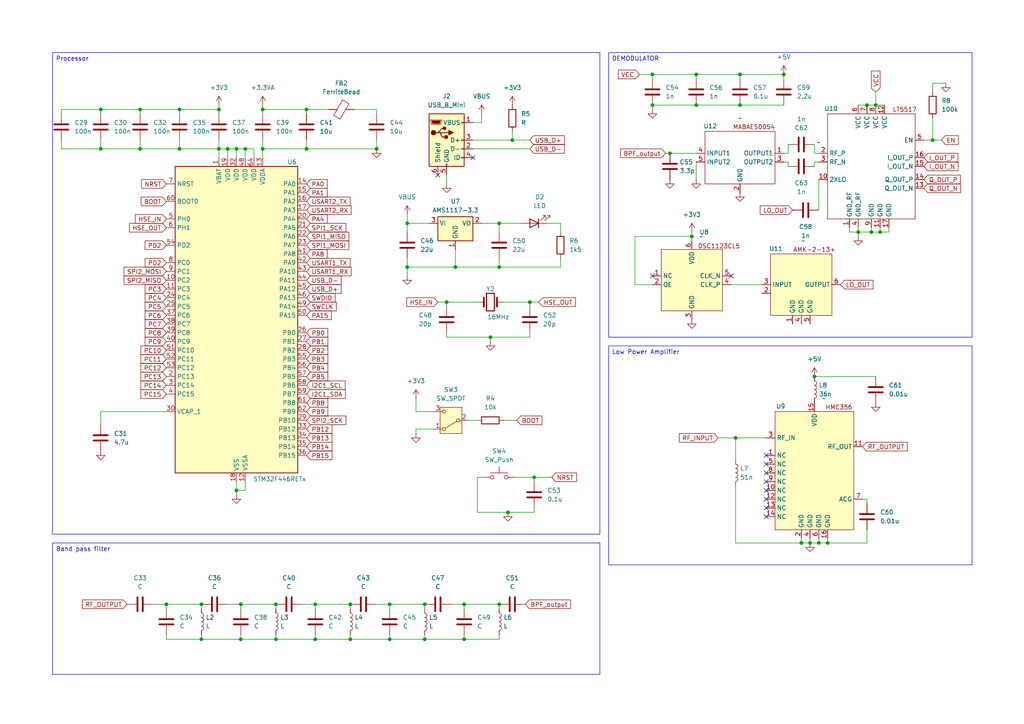
<source format=kicad_sch>
(kicad_sch (version 20231120) (generator "eeschema") (generator_version "8.0")
  (paper "A4")
  (lib_symbols
    (symbol "Connector:USB_B_Mini" (pin_names (offset 1.016))
      (property "Reference" "J" (at -5.08 11.43 0))
      (property "Value" "USB_B_Mini" (at -5.08 8.89 0))
      (symbol "USB_B_Mini_1_1"
        (pin power_out line (at 7.62 5.08 180) (length 2.54) (name "VBUS") (number "1"))
        (pin bidirectional line (at 7.62 -2.54 180) (length 2.54) (name "D-") (number "2"))
        (pin bidirectional line (at 7.62 0 180) (length 2.54) (name "D+") (number "3"))
        (pin passive line (at 7.62 -5.08 180) (length 2.54) (name "ID") (number "4"))
        (pin power_out line (at 0 -10.16 90) (length 2.54) (name "GND") (number "5"))
        (pin passive line (at -2.54 -10.16 90) (length 2.54) (name "Shield") (number "6"))
      )
    )
    (symbol "Device:C" (pin_numbers hide) (pin_names (offset 0.254))
      (property "Reference" "C" (at 0.635 2.54 0))
      (property "Value" "C" (at 0.635 -2.54 0))
      (symbol "C_1_1"
        (pin passive line (at 0 3.81 270) (length 2.794) (name "~") (number "1"))
        (pin passive line (at 0 -3.81 90) (length 2.794) (name "~") (number "2"))
      )
    )
    (symbol "Device:Crystal" (pin_numbers hide) (pin_names (offset 1.016) hide)
      (property "Reference" "Y" (at 0 3.81 0))
      (property "Value" "Crystal" (at 0 -3.81 0))
      (symbol "Crystal_1_1"
        (pin passive line (at -3.81 0 0) (length 1.27) (name "1") (number "1"))
        (pin passive line (at 3.81 0 180) (length 1.27) (name "2") (number "2"))
      )
    )
    (symbol "Device:FerriteBead" (pin_numbers hide) (pin_names (offset 0))
      (property "Reference" "FB" (at -3.81 0.635 90))
      (property "Value" "FerriteBead" (at 3.81 0 90))
      (symbol "FerriteBead_1_1"
        (pin passive line (at 0 3.81 270) (length 2.54) (name "~") (number "1"))
        (pin passive line (at 0 -3.81 90) (length 2.54) (name "~") (number "2"))
      )
    )
    (symbol "Device:L" (pin_numbers hide) (pin_names (offset 1.016) hide)
      (property "Reference" "L" (at -1.27 0 90))
      (property "Value" "L" (at 1.905 0 90))
      (symbol "L_1_1"
        (pin passive line (at 0 3.81 270) (length 1.27) (name "1") (number "1"))
        (pin passive line (at 0 -3.81 90) (length 1.27) (name "2") (number "2"))
      )
    )
    (symbol "Device:LED" (pin_numbers hide) (pin_names (offset 1.016) hide)
      (property "Reference" "D" (at 0 2.54 0))
      (property "Value" "LED" (at 0 -2.54 0))
      (symbol "LED_1_1"
        (pin passive line (at -3.81 0 0) (length 2.54) (name "K") (number "1"))
        (pin passive line (at 3.81 0 180) (length 2.54) (name "A") (number "2"))
      )
    )
    (symbol "Device:R" (pin_numbers hide) (pin_names (offset 0))
      (property "Reference" "R" (at 2.032 0 90))
      (property "Value" "R" (at 0 0 90))
      (symbol "R_1_1"
        (pin passive line (at 0 3.81 270) (length 1.27) (name "~") (number "1"))
        (pin passive line (at 0 -3.81 90) (length 1.27) (name "~") (number "2"))
      )
    )
    (symbol "MCU_ST_STM32F4:STM32F446RETx"
      (property "Reference" "U" (at -17.78 46.99 0))
      (property "Value" "STM32F446RETx" (at 10.16 46.99 0))
      (symbol "STM32F446RETx_1_1"
        (pin power_in line (at -5.08 48.26 270) (length 2.54) (name "VBAT") (number "1"))
        (pin bidirectional line (at -20.32 12.7 0) (length 2.54) (name "PC2") (number "10"))
        (pin bidirectional line (at -20.32 10.16 0) (length 2.54) (name "PC3") (number "11"))
        (pin power_in line (at 2.54 -45.72 90) (length 2.54) (name "VSSA") (number "12"))
        (pin power_in line (at 7.62 48.26 270) (length 2.54) (name "VDDA") (number "13"))
        (pin bidirectional line (at 20.32 40.64 180) (length 2.54) (name "PA0") (number "14"))
        (pin bidirectional line (at 20.32 38.1 180) (length 2.54) (name "PA1") (number "15"))
        (pin bidirectional line (at 20.32 35.56 180) (length 2.54) (name "PA2") (number "16"))
        (pin bidirectional line (at 20.32 33.02 180) (length 2.54) (name "PA3") (number "17"))
        (pin power_in line (at 0 -45.72 90) (length 2.54) (name "VSS") (number "18"))
        (pin power_in line (at -2.54 48.26 270) (length 2.54) (name "VDD") (number "19"))
        (pin bidirectional line (at -20.32 -15.24 0) (length 2.54) (name "PC13") (number "2"))
        (pin bidirectional line (at 20.32 30.48 180) (length 2.54) (name "PA4") (number "20"))
        (pin bidirectional line (at 20.32 27.94 180) (length 2.54) (name "PA5") (number "21"))
        (pin bidirectional line (at 20.32 25.4 180) (length 2.54) (name "PA6") (number "22"))
        (pin bidirectional line (at 20.32 22.86 180) (length 2.54) (name "PA7") (number "23"))
        (pin bidirectional line (at -20.32 7.62 0) (length 2.54) (name "PC4") (number "24"))
        (pin bidirectional line (at -20.32 5.08 0) (length 2.54) (name "PC5") (number "25"))
        (pin bidirectional line (at 20.32 -2.54 180) (length 2.54) (name "PB0") (number "26"))
        (pin bidirectional line (at 20.32 -5.08 180) (length 2.54) (name "PB1") (number "27"))
        (pin bidirectional line (at 20.32 -7.62 180) (length 2.54) (name "PB2") (number "28"))
        (pin bidirectional line (at 20.32 -27.94 180) (length 2.54) (name "PB10") (number "29"))
        (pin bidirectional line (at -20.32 -17.78 0) (length 2.54) (name "PC14") (number "3"))
        (pin power_out line (at -20.32 -25.4 0) (length 2.54) (name "VCAP_1") (number "30"))
        (pin passive line (at 0 -45.72 90) (length 2.54) hide (name "VSS") (number "31"))
        (pin power_in line (at 0 48.26 270) (length 2.54) (name "VDD") (number "32"))
        (pin bidirectional line (at 20.32 -30.48 180) (length 2.54) (name "PB12") (number "33"))
        (pin bidirectional line (at 20.32 -33.02 180) (length 2.54) (name "PB13") (number "34"))
        (pin bidirectional line (at 20.32 -35.56 180) (length 2.54) (name "PB14") (number "35"))
        (pin bidirectional line (at 20.32 -38.1 180) (length 2.54) (name "PB15") (number "36"))
        (pin bidirectional line (at -20.32 2.54 0) (length 2.54) (name "PC6") (number "37"))
        (pin bidirectional line (at -20.32 0 0) (length 2.54) (name "PC7") (number "38"))
        (pin bidirectional line (at -20.32 -2.54 0) (length 2.54) (name "PC8") (number "39"))
        (pin bidirectional line (at -20.32 -20.32 0) (length 2.54) (name "PC15") (number "4"))
        (pin bidirectional line (at -20.32 -5.08 0) (length 2.54) (name "PC9") (number "40"))
        (pin bidirectional line (at 20.32 20.32 180) (length 2.54) (name "PA8") (number "41"))
        (pin bidirectional line (at 20.32 17.78 180) (length 2.54) (name "PA9") (number "42"))
        (pin bidirectional line (at 20.32 15.24 180) (length 2.54) (name "PA10") (number "43"))
        (pin bidirectional line (at 20.32 12.7 180) (length 2.54) (name "PA11") (number "44"))
        (pin bidirectional line (at 20.32 10.16 180) (length 2.54) (name "PA12") (number "45"))
        (pin bidirectional line (at 20.32 7.62 180) (length 2.54) (name "PA13") (number "46"))
        (pin passive line (at 0 -45.72 90) (length 2.54) hide (name "VSS") (number "47"))
        (pin power_in line (at 2.54 48.26 270) (length 2.54) (name "VDD") (number "48"))
        (pin bidirectional line (at 20.32 5.08 180) (length 2.54) (name "PA14") (number "49"))
        (pin bidirectional line (at -20.32 30.48 0) (length 2.54) (name "PH0") (number "5"))
        (pin bidirectional line (at 20.32 2.54 180) (length 2.54) (name "PA15") (number "50"))
        (pin bidirectional line (at -20.32 -7.62 0) (length 2.54) (name "PC10") (number "51"))
        (pin bidirectional line (at -20.32 -10.16 0) (length 2.54) (name "PC11") (number "52"))
        (pin bidirectional line (at -20.32 -12.7 0) (length 2.54) (name "PC12") (number "53"))
        (pin bidirectional line (at -20.32 22.86 0) (length 2.54) (name "PD2") (number "54"))
        (pin bidirectional line (at 20.32 -10.16 180) (length 2.54) (name "PB3") (number "55"))
        (pin bidirectional line (at 20.32 -12.7 180) (length 2.54) (name "PB4") (number "56"))
        (pin bidirectional line (at 20.32 -15.24 180) (length 2.54) (name "PB5") (number "57"))
        (pin bidirectional line (at 20.32 -17.78 180) (length 2.54) (name "PB6") (number "58"))
        (pin bidirectional line (at 20.32 -20.32 180) (length 2.54) (name "PB7") (number "59"))
        (pin bidirectional line (at -20.32 27.94 0) (length 2.54) (name "PH1") (number "6"))
        (pin input line (at -20.32 35.56 0) (length 2.54) (name "BOOT0") (number "60"))
        (pin bidirectional line (at 20.32 -22.86 180) (length 2.54) (name "PB8") (number "61"))
        (pin bidirectional line (at 20.32 -25.4 180) (length 2.54) (name "PB9") (number "62"))
        (pin passive line (at 0 -45.72 90) (length 2.54) hide (name "VSS") (number "63"))
        (pin power_in line (at 5.08 48.26 270) (length 2.54) (name "VDD") (number "64"))
        (pin input line (at -20.32 40.64 0) (length 2.54) (name "NRST") (number "7"))
        (pin bidirectional line (at -20.32 17.78 0) (length 2.54) (name "PC0") (number "8"))
        (pin bidirectional line (at -20.32 15.24 0) (length 2.54) (name "PC1") (number "9"))
      )
    )
    (symbol "Regulator_Linear:AMS1117-3.3"
      (property "Reference" "U" (at -3.81 3.175 0))
      (property "Value" "AMS1117-3.3" (at 0 3.175 0))
      (symbol "AMS1117-3.3_1_1"
        (pin power_in line (at 0 -7.62 90) (length 2.54) (name "GND") (number "1"))
        (pin power_out line (at 7.62 0 180) (length 2.54) (name "VO") (number "2"))
        (pin power_in line (at -7.62 0 0) (length 2.54) (name "VI") (number "3"))
      )
    )
    (symbol "Switch:SW_Push" (pin_numbers hide) (pin_names (offset 1.016) hide)
      (property "Reference" "SW" (at 1.27 2.54 0))
      (property "Value" "SW_Push" (at 0 -1.524 0))
      (symbol "SW_Push_0_1"
        (pin passive line (at -5.08 0 0) (length 2.54) (name "1") (number "1"))
        (pin passive line (at 5.08 0 180) (length 2.54) (name "2") (number "2"))
      )
    )
    (symbol "Switch:SW_SPDT" (pin_names (offset 0) hide)
      (property "Reference" "SW" (at 0 5.08 0))
      (property "Value" "SW_SPDT" (at 0 -5.08 0))
      (symbol "SW_SPDT_1_1"
        (pin passive line (at 5.08 2.54 180) (length 2.54) (name "A") (number "1"))
        (pin passive line (at -5.08 0 0) (length 2.54) (name "B") (number "2"))
        (pin passive line (at 5.08 -2.54 180) (length 2.54) (name "C") (number "3"))
      )
    )
    (symbol "communication_circuit:LNA"
      (property "Reference" "U" (at -10.414 17.78 0))
      (symbol "LNA_1_1"
        (text "HMC356" (at 7.112 17.78 0) (effects (font (size 1.27 1.27))))
        (pin input line (at -13.97 3.81 0) (length 2.54) (name "NC") (number "1"))
        (pin input line (at -13.97 -6.35 0) (length 2.54) (name "NC") (number "10"))
        (pin input line (at 13.97 6.35 180) (length 2.54) (name "RF_OUT") (number "11"))
        (pin input line (at -13.97 -8.89 0) (length 2.54) (name "NC") (number "12"))
        (pin input line (at -13.97 -11.43 0) (length 2.54) (name "NC") (number "13"))
        (pin input line (at -13.97 -13.97 0) (length 2.54) (name "NC") (number "14"))
        (pin input line (at 0 19.05 270) (length 2.54) (name "VDD") (number "15"))
        (pin input line (at 3.81 -20.32 90) (length 2.54) (name "GND") (number "16"))
        (pin input line (at -3.81 -20.32 90) (length 2.54) (name "GND") (number "2"))
        (pin input line (at -13.97 8.89 0) (length 2.54) (name "RF_IN") (number "3"))
        (pin input line (at -1.27 -20.32 90) (length 2.54) (name "GND") (number "4"))
        (pin input line (at -13.97 1.27 0) (length 2.54) (name "NC") (number "5"))
        (pin input line (at 1.27 -20.32 90) (length 2.54) (name "GND") (number "6"))
        (pin input line (at 13.97 -8.89 180) (length 2.54) (name "ACG") (number "7"))
        (pin input line (at -13.97 -1.27 0) (length 2.54) (name "NC") (number "8"))
        (pin input line (at -13.97 -3.81 0) (length 2.54) (name "NC") (number "9"))
      )
    )
    (symbol "communication_circuit:LT5517"
      (property "Reference" "U" (at -11.938 16.51 0))
      (symbol "LT5517_1_1"
        (text "LT5517" (at 9.652 16.51 0) (effects (font (size 1.27 1.27))))
        (pin input line (at -6.35 -17.78 90) (length 2.54) (name "GND_RF") (number "1"))
        (pin input line (at -15.24 -3.81 0) (length 2.54) (name "2XLO") (number "10"))
        (pin input line (at 2.54 -17.78 90) (length 2.54) (name "GND") (number "11"))
        (pin input line (at 3.81 17.78 270) (length 2.54) (name "VCC") (number "12"))
        (pin input line (at 15.24 -6.35 180) (length 2.54) (name "Q_OUT_N") (number "13"))
        (pin input line (at 15.24 -3.81 180) (length 2.54) (name "Q_OUT_P") (number "14"))
        (pin input line (at 15.24 0 180) (length 2.54) (name "I_OUT_N") (number "15"))
        (pin input line (at 15.24 2.54 180) (length 2.54) (name "I_OUT_P") (number "16"))
        (pin input line (at 5.08 -17.78 90) (length 2.54) (name "GND") (number "17"))
        (pin input line (at -15.24 3.81 0) (length 2.54) (name "RF_P") (number "2"))
        (pin input line (at -15.24 1.27 0) (length 2.54) (name "RF_N") (number "3"))
        (pin input line (at -3.81 -17.78 90) (length 2.54) (name "GND_RF") (number "4"))
        (pin input line (at 15.24 7.62 180) (length 2.54) (name "EN") (number "5"))
        (pin input line (at -3.81 17.78 270) (length 2.54) (name "VCC") (number "6"))
        (pin input line (at -1.27 17.78 270) (length 2.54) (name "VCC") (number "7"))
        (pin input line (at 1.27 17.78 270) (length 2.54) (name "VCC") (number "8"))
        (pin input line (at 0 -17.78 90) (length 2.54) (name "GND") (number "9"))
      )
    )
    (symbol "communication_circuit:crystal"
      (property "Reference" "U" (at -7.62 9.906 0))
      (symbol "crystal_1_1"
        (text "DSC1123CL5" (at 7.874 9.906 0) (effects (font (size 1.27 1.27))))
        (pin input line (at -11.43 1.27 0) (length 2.54) (name "NC") (number "1"))
        (pin input line (at -11.43 -1.27 0) (length 2.54) (name "OE") (number "2"))
        (pin input line (at 0 -11.43 90) (length 2.54) (name "GND") (number "3"))
        (pin input line (at 11.43 -1.27 180) (length 2.54) (name "CLK_P") (number "4"))
        (pin input line (at 11.43 1.27 180) (length 2.54) (name "CLK_N") (number "5"))
        (pin input line (at 0 11.43 270) (length 2.54) (name "VDD") (number "6"))
      )
    )
    (symbol "communication_circuit:freq_multiplier"
      (property "Reference" "U" (at -8.128 10.16 0))
      (symbol "freq_multiplier_1_1"
        (text "AMK-2-13+\n" (at 3.81 10.16 0) (effects (font (size 1.27 1.27))))
        (pin input line (at -2.54 -11.43 90) (length 2.54) (name "GND") (number "1"))
        (pin input line (at -11.43 -2.54 0) (length 2.54) (name "") (number "2"))
        (pin input line (at -11.43 0 0) (length 2.54) (name "INPUT") (number "3"))
        (pin input line (at 0 -11.43 90) (length 2.54) (name "GND") (number "4"))
        (pin input line (at 2.54 -11.43 90) (length 2.54) (name "GND") (number "5"))
        (pin input line (at 11.43 0 180) (length 2.54) (name "OUTPUT") (number "6"))
      )
    )
    (symbol "communication_circuit:transformer"
      (property "Reference" "U" (at -9.144 8.636 0))
      (symbol "transformer_1_1"
        (text "MABAES0054" (at 4.064 8.89 0) (effects (font (size 1.27 1.27))))
        (pin input line (at 12.7 1.27 180) (length 2.54) (name "OUTPUT1") (number "1"))
        (pin input line (at 0 -10.16 90) (length 2.54) (name "GND") (number "2"))
        (pin input line (at 12.7 -1.27 180) (length 2.54) (name "OUTPUT2") (number "3"))
        (pin input line (at -12.7 1.27 0) (length 2.54) (name "INPUT1") (number "4"))
        (pin input line (at -12.7 -1.27 0) (length 2.54) (name "INPUT2") (number "5"))
      )
    )
    (symbol "power:GND" (power) (pin_numbers hide) (pin_names (offset 0) hide)
      (property "Value" "GND" (at 0 -3.81 0))
      (symbol "GND_1_1"
        (pin power_in line (at 0 0 270) (length 0) (name "~") (number "1"))
      )
    )
    (symbol "power:VBUS" (power) (pin_numbers hide) (pin_names (offset 0) hide)
      (property "Value" "VBUS" (at 0 3.556 0))
      (symbol "VBUS_1_1"
        (pin power_in line (at 0 0 90) (length 0) (name "~") (number "1"))
      )
    )
    (symbol "power:VCC" (power) (pin_numbers hide) (pin_names (offset 0) hide)
      (property "Value" "VCC" (at 0 3.556 0))
      (symbol "VCC_1_1"
        (pin power_in line (at 0 0 90) (length 0) (name "~") (number "1"))
      )
    )
    (symbol "power:VDD" (power) (pin_numbers hide) (pin_names (offset 0) hide)
      (property "Value" "VDD" (at 0 3.556 0))
      (symbol "VDD_1_1"
        (pin power_in line (at 0 0 90) (length 0) (name "~") (number "1"))
      )
    )
  )
  (junction (at 76.2 43.18))
  (junction (at 194.31 44.45))
  (junction (at 29.21 43.18))
  (junction (at 123.19 175.26))
  (junction (at 255.27 67.31))
  (junction (at 251.46 30.48))
  (junction (at 252.73 67.31))
  (junction (at 113.03 175.26))
  (junction (at 52.07 31.75))
  (junction (at 52.07 43.18))
  (junction (at 144.78 77.47))
  (junction (at 236.22 109.22))
  (junction (at 76.2 31.75))
  (junction (at 68.58 142.24))
  (junction (at 29.21 31.75))
  (junction (at 91.44 185.42))
  (junction (at 58.42 175.26))
  (junction (at 58.42 185.42))
  (junction (at 189.23 30.48))
  (junction (at 80.01 185.42))
  (junction (at 142.24 97.79))
  (junction (at 234.95 157.48))
  (junction (at 88.9 43.18))
  (junction (at 144.78 175.26))
  (junction (at 69.85 175.26))
  (junction (at 88.9 31.75))
  (junction (at 134.62 175.26))
  (junction (at 80.01 175.26))
  (junction (at 189.23 21.59))
  (junction (at 201.93 30.48))
  (junction (at 213.36 127))
  (junction (at 101.6 185.42))
  (junction (at 270.51 40.64))
  (junction (at 240.03 157.48))
  (junction (at 129.54 87.63))
  (junction (at 200.66 68.58))
  (junction (at 232.41 157.48))
  (junction (at 214.63 21.59))
  (junction (at 69.85 185.42))
  (junction (at 148.59 40.64))
  (junction (at 248.92 67.31))
  (junction (at 237.49 157.48))
  (junction (at 63.5 43.18))
  (junction (at 40.64 31.75))
  (junction (at 123.19 185.42))
  (junction (at 144.78 64.77))
  (junction (at 40.64 43.18))
  (junction (at 132.08 77.47))
  (junction (at 147.32 148.59))
  (junction (at 48.26 175.26))
  (junction (at 118.11 77.47))
  (junction (at 109.22 43.18))
  (junction (at 227.33 21.59))
  (junction (at 153.67 87.63))
  (junction (at 201.93 21.59))
  (junction (at 91.44 175.26))
  (junction (at 113.03 185.42))
  (junction (at 118.11 64.77))
  (junction (at 214.63 30.48))
  (junction (at 101.6 175.26))
  (junction (at 134.62 185.42))
  (junction (at 71.12 43.18))
  (junction (at 68.58 43.18))
  (junction (at 63.5 31.75))
  (junction (at 66.04 43.18))
  (junction (at 254 30.48))
  (junction (at 154.94 138.43))
  (no_connect (at 189.23 80.01))
  (no_connect (at 222.25 147.32))
  (no_connect (at 222.25 134.62))
  (no_connect (at 212.09 80.01))
  (no_connect (at 222.25 142.24))
  (no_connect (at 127 50.8))
  (no_connect (at 222.25 132.08))
  (no_connect (at 137.16 45.72))
  (no_connect (at 222.25 139.7))
  (no_connect (at 222.25 137.16))
  (no_connect (at 222.25 149.86))
  (no_connect (at 222.25 144.78))
  (wire (pts (xy 40.64 40.64) (xy 40.64 43.18)))
  (wire (pts (xy 80.01 185.42) (xy 91.44 185.42)))
  (wire (pts (xy 40.64 31.75) (xy 52.07 31.75)))
  (wire (pts (xy 201.93 21.59) (xy 201.93 22.86)))
  (wire (pts (xy 48.26 175.26) (xy 48.26 176.53)))
  (wire (pts (xy 144.78 77.47) (xy 132.08 77.47)))
  (wire (pts (xy 69.85 175.26) (xy 80.01 175.26)))
  (wire (pts (xy 76.2 40.64) (xy 76.2 43.18)))
  (wire (pts (xy 246.38 67.31) (xy 246.38 66.04)))
  (wire (pts (xy 237.49 157.48) (xy 237.49 156.21)))
  (wire (pts (xy 254 30.48) (xy 256.54 30.48)))
  (wire (pts (xy 213.36 157.48) (xy 232.41 157.48)))
  (wire (pts (xy 66.04 43.18) (xy 66.04 45.72)))
  (wire (pts (xy 139.7 64.77) (xy 144.78 64.77)))
  (wire (pts (xy 129.54 87.63) (xy 138.43 87.63)))
  (wire (pts (xy 113.03 185.42) (xy 123.19 185.42)))
  (wire (pts (xy 228.6 44.45) (xy 228.6 41.91)))
  (wire (pts (xy 66.04 43.18) (xy 68.58 43.18)))
  (wire (pts (xy 139.7 35.56) (xy 139.7 33.02)))
  (wire (pts (xy 58.42 185.42) (xy 69.85 185.42)))
  (wire (pts (xy 154.94 138.43) (xy 154.94 139.7)))
  (wire (pts (xy 162.56 77.47) (xy 144.78 77.47)))
  (wire (pts (xy 101.6 175.26) (xy 101.6 176.53)))
  (wire (pts (xy 148.59 40.64) (xy 137.16 40.64)))
  (wire (pts (xy 113.03 175.26) (xy 123.19 175.26)))
  (wire (pts (xy 137.16 43.18) (xy 153.67 43.18)))
  (wire (pts (xy 109.22 31.75) (xy 109.22 33.02)))
  (wire (pts (xy 63.5 40.64) (xy 63.5 43.18)))
  (wire (pts (xy 63.5 31.75) (xy 63.5 33.02)))
  (wire (pts (xy 270.51 40.64) (xy 267.97 40.64)))
  (wire (pts (xy 80.01 185.42) (xy 80.01 184.15)))
  (wire (pts (xy 189.23 82.55) (xy 184.15 82.55)))
  (wire (pts (xy 153.67 40.64) (xy 148.59 40.64)))
  (wire (pts (xy 118.11 64.77) (xy 118.11 67.31)))
  (wire (pts (xy 120.65 115.57) (xy 120.65 119.38)))
  (wire (pts (xy 158.75 64.77) (xy 162.56 64.77)))
  (wire (pts (xy 58.42 175.26) (xy 58.42 176.53)))
  (wire (pts (xy 120.65 124.46) (xy 125.73 124.46)))
  (wire (pts (xy 214.63 21.59) (xy 214.63 22.86)))
  (wire (pts (xy 102.87 31.75) (xy 109.22 31.75)))
  (wire (pts (xy 130.81 175.26) (xy 134.62 175.26)))
  (wire (pts (xy 254 26.67) (xy 254 30.48)))
  (wire (pts (xy 120.65 125.73) (xy 120.65 124.46)))
  (wire (pts (xy 142.24 97.79) (xy 142.24 99.06)))
  (wire (pts (xy 234.95 156.21) (xy 234.95 157.48)))
  (wire (pts (xy 184.15 68.58) (xy 200.66 68.58)))
  (wire (pts (xy 208.28 127) (xy 213.36 127)))
  (wire (pts (xy 17.78 31.75) (xy 29.21 31.75)))
  (wire (pts (xy 113.03 175.26) (xy 113.03 176.53)))
  (wire (pts (xy 132.08 72.39) (xy 132.08 77.47)))
  (wire (pts (xy 29.21 40.64) (xy 29.21 43.18)))
  (wire (pts (xy 127 87.63) (xy 129.54 87.63)))
  (wire (pts (xy 91.44 185.42) (xy 91.44 184.15)))
  (wire (pts (xy 63.5 30.48) (xy 63.5 31.75)))
  (wire (pts (xy 146.05 87.63) (xy 153.67 87.63)))
  (wire (pts (xy 129.54 97.79) (xy 142.24 97.79)))
  (wire (pts (xy 201.93 46.99) (xy 201.93 52.07)))
  (wire (pts (xy 88.9 33.02) (xy 88.9 31.75)))
  (wire (pts (xy 138.43 138.43) (xy 139.7 138.43)))
  (wire (pts (xy 76.2 31.75) (xy 76.2 33.02)))
  (wire (pts (xy 137.16 35.56) (xy 139.7 35.56)))
  (wire (pts (xy 255.27 67.31) (xy 257.81 67.31)))
  (wire (pts (xy 154.94 138.43) (xy 160.02 138.43)))
  (wire (pts (xy 63.5 43.18) (xy 63.5 45.72)))
  (wire (pts (xy 91.44 175.26) (xy 101.6 175.26)))
  (wire (pts (xy 138.43 148.59) (xy 138.43 138.43)))
  (wire (pts (xy 113.03 185.42) (xy 113.03 184.15)))
  (wire (pts (xy 71.12 43.18) (xy 71.12 45.72)))
  (wire (pts (xy 189.23 30.48) (xy 201.93 30.48)))
  (wire (pts (xy 156.21 87.63) (xy 153.67 87.63)))
  (wire (pts (xy 52.07 31.75) (xy 52.07 33.02)))
  (wire (pts (xy 71.12 142.24) (xy 68.58 142.24)))
  (wire (pts (xy 76.2 30.48) (xy 76.2 31.75)))
  (wire (pts (xy 236.22 44.45) (xy 237.49 44.45)))
  (wire (pts (xy 144.78 64.77) (xy 144.78 67.31)))
  (wire (pts (xy 189.23 21.59) (xy 189.23 22.86)))
  (wire (pts (xy 144.78 175.26) (xy 144.78 176.53)))
  (wire (pts (xy 193.04 44.45) (xy 194.31 44.45)))
  (wire (pts (xy 48.26 119.38) (xy 29.21 119.38)))
  (wire (pts (xy 129.54 50.8) (xy 129.54 53.34)))
  (wire (pts (xy 134.62 185.42) (xy 134.62 184.15)))
  (wire (pts (xy 123.19 185.42) (xy 123.19 184.15)))
  (wire (pts (xy 236.22 109.22) (xy 254 109.22)))
  (wire (pts (xy 76.2 43.18) (xy 76.2 45.72)))
  (wire (pts (xy 58.42 185.42) (xy 58.42 184.15)))
  (wire (pts (xy 201.93 30.48) (xy 214.63 30.48)))
  (wire (pts (xy 252.73 67.31) (xy 255.27 67.31)))
  (wire (pts (xy 76.2 31.75) (xy 88.9 31.75)))
  (wire (pts (xy 153.67 97.79) (xy 142.24 97.79)))
  (wire (pts (xy 134.62 175.26) (xy 134.62 176.53)))
  (wire (pts (xy 213.36 127) (xy 213.36 133.35)))
  (wire (pts (xy 29.21 31.75) (xy 29.21 33.02)))
  (wire (pts (xy 118.11 77.47) (xy 118.11 74.93)))
  (wire (pts (xy 248.92 67.31) (xy 248.92 66.04)))
  (wire (pts (xy 184.15 82.55) (xy 184.15 68.58)))
  (wire (pts (xy 251.46 157.48) (xy 240.03 157.48)))
  (wire (pts (xy 132.08 77.47) (xy 118.11 77.47)))
  (wire (pts (xy 87.63 175.26) (xy 91.44 175.26)))
  (wire (pts (xy 273.05 40.64) (xy 270.51 40.64)))
  (wire (pts (xy 149.86 138.43) (xy 154.94 138.43)))
  (wire (pts (xy 118.11 77.47) (xy 118.11 80.01)))
  (wire (pts (xy 213.36 140.97) (xy 213.36 157.48)))
  (wire (pts (xy 227.33 21.59) (xy 227.33 22.86)))
  (wire (pts (xy 146.05 121.92) (xy 149.86 121.92)))
  (wire (pts (xy 69.85 175.26) (xy 69.85 176.53)))
  (wire (pts (xy 201.93 21.59) (xy 214.63 21.59)))
  (wire (pts (xy 80.01 175.26) (xy 80.01 176.53)))
  (wire (pts (xy 52.07 40.64) (xy 52.07 43.18)))
  (wire (pts (xy 71.12 139.7) (xy 71.12 142.24)))
  (wire (pts (xy 248.92 67.31) (xy 246.38 67.31)))
  (wire (pts (xy 251.46 30.48) (xy 254 30.48)))
  (wire (pts (xy 154.94 148.59) (xy 147.32 148.59)))
  (wire (pts (xy 236.22 48.26) (xy 236.22 46.99)))
  (wire (pts (xy 185.42 21.59) (xy 189.23 21.59)))
  (wire (pts (xy 69.85 185.42) (xy 69.85 184.15)))
  (wire (pts (xy 144.78 64.77) (xy 151.13 64.77)))
  (wire (pts (xy 135.89 121.92) (xy 138.43 121.92)))
  (wire (pts (xy 101.6 185.42) (xy 101.6 184.15)))
  (wire (pts (xy 29.21 119.38) (xy 29.21 123.19)))
  (wire (pts (xy 44.45 175.26) (xy 48.26 175.26)))
  (wire (pts (xy 48.26 175.26) (xy 58.42 175.26)))
  (wire (pts (xy 91.44 185.42) (xy 101.6 185.42)))
  (wire (pts (xy 237.49 157.48) (xy 240.03 157.48)))
  (wire (pts (xy 236.22 41.91) (xy 236.22 44.45)))
  (wire (pts (xy 123.19 175.26) (xy 123.19 176.53)))
  (wire (pts (xy 48.26 185.42) (xy 48.26 184.15)))
  (wire (pts (xy 232.41 157.48) (xy 234.95 157.48)))
  (wire (pts (xy 148.59 38.1) (xy 148.59 40.64)))
  (wire (pts (xy 227.33 46.99) (xy 228.6 46.99)))
  (wire (pts (xy 88.9 31.75) (xy 95.25 31.75)))
  (wire (pts (xy 29.21 43.18) (xy 40.64 43.18)))
  (wire (pts (xy 68.58 139.7) (xy 68.58 142.24)))
  (wire (pts (xy 144.78 185.42) (xy 144.78 184.15)))
  (wire (pts (xy 252.73 67.31) (xy 252.73 66.04)))
  (wire (pts (xy 232.41 157.48) (xy 232.41 156.21)))
  (wire (pts (xy 248.92 30.48) (xy 251.46 30.48)))
  (wire (pts (xy 240.03 157.48) (xy 240.03 156.21)))
  (wire (pts (xy 134.62 175.26) (xy 144.78 175.26)))
  (wire (pts (xy 52.07 43.18) (xy 63.5 43.18)))
  (wire (pts (xy 120.65 119.38) (xy 125.73 119.38)))
  (wire (pts (xy 237.49 60.96) (xy 237.49 52.07)))
  (wire (pts (xy 200.66 67.31) (xy 200.66 68.58)))
  (wire (pts (xy 73.66 43.18) (xy 73.66 45.72)))
  (wire (pts (xy 248.92 68.58) (xy 248.92 67.31)))
  (wire (pts (xy 248.92 67.31) (xy 252.73 67.31)))
  (wire (pts (xy 68.58 43.18) (xy 71.12 43.18)))
  (wire (pts (xy 144.78 77.47) (xy 144.78 74.93)))
  (wire (pts (xy 76.2 43.18) (xy 88.9 43.18)))
  (wire (pts (xy 29.21 31.75) (xy 40.64 31.75)))
  (wire (pts (xy 194.31 44.45) (xy 201.93 44.45)))
  (wire (pts (xy 255.27 67.31) (xy 255.27 66.04)))
  (wire (pts (xy 270.51 34.29) (xy 270.51 40.64)))
  (wire (pts (xy 129.54 97.79) (xy 129.54 96.52)))
  (wire (pts (xy 189.23 30.48) (xy 189.23 31.75)))
  (wire (pts (xy 134.62 185.42) (xy 144.78 185.42)))
  (wire (pts (xy 17.78 31.75) (xy 17.78 33.02)))
  (wire (pts (xy 154.94 147.32) (xy 154.94 148.59)))
  (wire (pts (xy 118.11 64.77) (xy 124.46 64.77)))
  (wire (pts (xy 227.33 44.45) (xy 228.6 44.45)))
  (wire (pts (xy 109.22 175.26) (xy 113.03 175.26)))
  (wire (pts (xy 109.22 43.18) (xy 109.22 40.64)))
  (wire (pts (xy 68.58 142.24) (xy 68.58 143.51)))
  (wire (pts (xy 153.67 87.63) (xy 153.67 88.9)))
  (wire (pts (xy 162.56 74.93) (xy 162.56 77.47)))
  (wire (pts (xy 251.46 153.67) (xy 251.46 157.48)))
  (wire (pts (xy 17.78 40.64) (xy 17.78 43.18)))
  (wire (pts (xy 66.04 175.26) (xy 69.85 175.26)))
  (wire (pts (xy 68.58 43.18) (xy 68.58 45.72)))
  (wire (pts (xy 40.64 31.75) (xy 40.64 33.02)))
  (wire (pts (xy 270.51 24.13) (xy 270.51 26.67)))
  (wire (pts (xy 123.19 185.42) (xy 134.62 185.42)))
  (wire (pts (xy 63.5 43.18) (xy 66.04 43.18)))
  (wire (pts (xy 234.95 157.48) (xy 237.49 157.48)))
  (wire (pts (xy 48.26 185.42) (xy 58.42 185.42)))
  (wire (pts (xy 88.9 43.18) (xy 88.9 40.64)))
  (wire (pts (xy 213.36 127) (xy 222.25 127)))
  (wire (pts (xy 91.44 175.26) (xy 91.44 176.53)))
  (wire (pts (xy 40.64 43.18) (xy 52.07 43.18)))
  (wire (pts (xy 153.67 96.52) (xy 153.67 97.79)))
  (wire (pts (xy 214.63 21.59) (xy 227.33 21.59)))
  (wire (pts (xy 270.51 24.13) (xy 274.32 24.13)))
  (wire (pts (xy 257.81 67.31) (xy 257.81 66.04)))
  (wire (pts (xy 129.54 87.63) (xy 129.54 88.9)))
  (wire (pts (xy 251.46 144.78) (xy 251.46 146.05)))
  (wire (pts (xy 200.66 68.58) (xy 200.66 69.85)))
  (wire (pts (xy 88.9 43.18) (xy 109.22 43.18)))
  (wire (pts (xy 162.56 64.77) (xy 162.56 67.31)))
  (wire (pts (xy 118.11 62.23) (xy 118.11 64.77)))
  (wire (pts (xy 214.63 30.48) (xy 227.33 30.48)))
  (wire (pts (xy 71.12 43.18) (xy 73.66 43.18)))
  (wire (pts (xy 212.09 82.55) (xy 220.98 82.55)))
  (wire (pts (xy 228.6 46.99) (xy 228.6 48.26)))
  (wire (pts (xy 189.23 21.59) (xy 201.93 21.59)))
  (wire (pts (xy 147.32 148.59) (xy 138.43 148.59)))
  (wire (pts (xy 69.85 185.42) (xy 80.01 185.42)))
  (wire (pts (xy 236.22 46.99) (xy 237.49 46.99)))
  (wire (pts (xy 17.78 43.18) (xy 29.21 43.18)))
  (wire (pts (xy 101.6 185.42) (xy 113.03 185.42)))
  (wire (pts (xy 52.07 31.75) (xy 63.5 31.75)))
  (wire (pts (xy 250.19 144.78) (xy 251.46 144.78)))
  (text_box "DEMODULATOR\n" (at 176.53 15.24 0) (size 105.41 82.55) (effects (font (size 1.27 1.27)) (justify left top)))
  (text_box "Band pass filter" (at 15.24 157.48 0) (size 158.75 38.1) (effects (font (size 1.27 1.27)) (justify left top)))
  (text_box "Low Power Amplifier\n" (at 176.53 100.33 0) (size 105.41 63.5) (effects (font (size 1.27 1.27)) (justify left top)))
  (text_box "Processor\n" (at 15.24 15.24 0) (size 158.75 139.7) (effects (font (size 1.27 1.27)) (justify left top)))
  (global_label "LO_OUT" (shape input) (at 229.87 60.96 180) (property "Intersheetrefs" "${INTERSHEET_REFS}" (effects (hide yes))))
  (global_label "PB15" (shape input) (at 88.9 132.08 0) (property "Intersheetrefs" "${INTERSHEET_REFS}" (effects (hide yes))))
  (global_label "PA8" (shape input) (at 88.9 73.66 0) (property "Intersheetrefs" "${INTERSHEET_REFS}" (effects (hide yes))))
  (global_label "PC5" (shape input) (at 48.26 88.9 180) (property "Intersheetrefs" "${INTERSHEET_REFS}" (effects (hide yes))))
  (global_label "PB1" (shape input) (at 88.9 99.06 0) (property "Intersheetrefs" "${INTERSHEET_REFS}" (effects (hide yes))))
  (global_label "RF_OUTPUT" (shape input) (at 36.83 175.26 180) (property "Intersheetrefs" "${INTERSHEET_REFS}" (effects (hide yes))))
  (global_label "PB2" (shape input) (at 88.9 101.6 0) (property "Intersheetrefs" "${INTERSHEET_REFS}" (effects (hide yes))))
  (global_label "I_OUT_N" (shape input) (at 267.97 48.26 0) (property "Intersheetrefs" "${INTERSHEET_REFS}" (effects (hide yes))))
  (global_label "PB4" (shape input) (at 88.9 106.68 0) (property "Intersheetrefs" "${INTERSHEET_REFS}" (effects (hide yes))))
  (global_label "PB5" (shape input) (at 88.9 109.22 0) (property "Intersheetrefs" "${INTERSHEET_REFS}" (effects (hide yes))))
  (global_label "PC8" (shape input) (at 48.26 96.52 180) (property "Intersheetrefs" "${INTERSHEET_REFS}" (effects (hide yes))))
  (global_label "PD2" (shape input) (at 48.26 76.2 180) (property "Intersheetrefs" "${INTERSHEET_REFS}" (effects (hide yes))))
  (global_label "PB14" (shape input) (at 88.9 129.54 0) (property "Intersheetrefs" "${INTERSHEET_REFS}" (effects (hide yes))))
  (global_label "LO_OUT" (shape input) (at 243.84 82.55 0) (property "Intersheetrefs" "${INTERSHEET_REFS}" (effects (hide yes))))
  (global_label "SPI2_MISO" (shape input) (at 48.26 81.28 180) (property "Intersheetrefs" "${INTERSHEET_REFS}" (effects (hide yes))))
  (global_label "Q_OUT_P" (shape input) (at 267.97 52.07 0) (property "Intersheetrefs" "${INTERSHEET_REFS}" (effects (hide yes))))
  (global_label "PB9" (shape input) (at 88.9 119.38 0) (property "Intersheetrefs" "${INTERSHEET_REFS}" (effects (hide yes))))
  (global_label "Q_OUT_N" (shape input) (at 267.97 54.61 0) (property "Intersheetrefs" "${INTERSHEET_REFS}" (effects (hide yes))))
  (global_label "SWDIO" (shape input) (at 88.9 86.36 0) (property "Intersheetrefs" "${INTERSHEET_REFS}" (effects (hide yes))))
  (global_label "PC3" (shape input) (at 48.26 83.82 180) (property "Intersheetrefs" "${INTERSHEET_REFS}" (effects (hide yes))))
  (global_label "PC13" (shape input) (at 48.26 109.22 180) (property "Intersheetrefs" "${INTERSHEET_REFS}" (effects (hide yes))))
  (global_label "SPI1_MISO" (shape input) (at 88.9 68.58 0) (property "Intersheetrefs" "${INTERSHEET_REFS}" (effects (hide yes))))
  (global_label "I_OUT_P" (shape input) (at 267.97 45.72 0) (property "Intersheetrefs" "${INTERSHEET_REFS}" (effects (hide yes))))
  (global_label "VCC" (shape input) (at 185.42 21.59 180) (property "Intersheetrefs" "${INTERSHEET_REFS}" (effects (hide yes))))
  (global_label "USART2_RX" (shape input) (at 88.9 60.96 0) (property "Intersheetrefs" "${INTERSHEET_REFS}" (effects (hide yes))))
  (global_label "PC11" (shape input) (at 48.26 104.14 180) (property "Intersheetrefs" "${INTERSHEET_REFS}" (effects (hide yes))))
  (global_label "HSE_OUT" (shape input) (at 48.26 66.04 180) (property "Intersheetrefs" "${INTERSHEET_REFS}" (effects (hide yes))))
  (global_label "HSE_OUT" (shape input) (at 156.21 87.63 0) (property "Intersheetrefs" "${INTERSHEET_REFS}" (effects (hide yes))))
  (global_label "SWCLK" (shape input) (at 88.9 88.9 0) (property "Intersheetrefs" "${INTERSHEET_REFS}" (effects (hide yes))))
  (global_label "USB_D-" (shape input) (at 88.9 81.28 0) (property "Intersheetrefs" "${INTERSHEET_REFS}" (effects (hide yes))))
  (global_label "SPI2_SCK" (shape input) (at 88.9 121.92 0) (property "Intersheetrefs" "${INTERSHEET_REFS}" (effects (hide yes))))
  (global_label "USART1_RX" (shape input) (at 88.9 78.74 0) (property "Intersheetrefs" "${INTERSHEET_REFS}" (effects (hide yes))))
  (global_label "RF_INPUT" (shape input) (at 208.28 127 180) (property "Intersheetrefs" "${INTERSHEET_REFS}" (effects (hide yes))))
  (global_label "USART2_TX" (shape input) (at 88.9 58.42 0) (property "Intersheetrefs" "${INTERSHEET_REFS}" (effects (hide yes))))
  (global_label "USB_D+" (shape input) (at 88.9 83.82 0) (property "Intersheetrefs" "${INTERSHEET_REFS}" (effects (hide yes))))
  (global_label "BPF_output" (shape input) (at 152.4 175.26 0) (property "Intersheetrefs" "${INTERSHEET_REFS}" (effects (hide yes))))
  (global_label "BOOT" (shape input) (at 48.26 58.42 180) (property "Intersheetrefs" "${INTERSHEET_REFS}" (effects (hide yes))))
  (global_label "PB8" (shape input) (at 88.9 116.84 0) (property "Intersheetrefs" "${INTERSHEET_REFS}" (effects (hide yes))))
  (global_label "SPI2_MOSI" (shape input) (at 48.26 78.74 180) (property "Intersheetrefs" "${INTERSHEET_REFS}" (effects (hide yes))))
  (global_label "EN" (shape input) (at 273.05 40.64 0) (property "Intersheetrefs" "${INTERSHEET_REFS}" (effects (hide yes))))
  (global_label "PB13" (shape input) (at 88.9 127 0) (property "Intersheetrefs" "${INTERSHEET_REFS}" (effects (hide yes))))
  (global_label "PD2" (shape input) (at 48.26 71.12 180) (property "Intersheetrefs" "${INTERSHEET_REFS}" (effects (hide yes))))
  (global_label "I2C1_SCL" (shape input) (at 88.9 111.76 0) (property "Intersheetrefs" "${INTERSHEET_REFS}" (effects (hide yes))))
  (global_label "NRST" (shape input) (at 160.02 138.43 0) (property "Intersheetrefs" "${INTERSHEET_REFS}" (effects (hide yes))))
  (global_label "BOOT" (shape input) (at 149.86 121.92 0) (property "Intersheetrefs" "${INTERSHEET_REFS}" (effects (hide yes))))
  (global_label "PC10" (shape input) (at 48.26 101.6 180) (property "Intersheetrefs" "${INTERSHEET_REFS}" (effects (hide yes))))
  (global_label "HSE_IN" (shape input) (at 127 87.63 180) (property "Intersheetrefs" "${INTERSHEET_REFS}" (effects (hide yes))))
  (global_label "PC4" (shape input) (at 48.26 86.36 180) (property "Intersheetrefs" "${INTERSHEET_REFS}" (effects (hide yes))))
  (global_label "USART1_TX" (shape input) (at 88.9 76.2 0) (property "Intersheetrefs" "${INTERSHEET_REFS}" (effects (hide yes))))
  (global_label "BPF_output" (shape input) (at 193.04 44.45 180) (property "Intersheetrefs" "${INTERSHEET_REFS}" (effects (hide yes))))
  (global_label "PC12" (shape input) (at 48.26 106.68 180) (property "Intersheetrefs" "${INTERSHEET_REFS}" (effects (hide yes))))
  (global_label "PB3" (shape input) (at 88.9 104.14 0) (property "Intersheetrefs" "${INTERSHEET_REFS}" (effects (hide yes))))
  (global_label "PC9" (shape input) (at 48.26 99.06 180) (property "Intersheetrefs" "${INTERSHEET_REFS}" (effects (hide yes))))
  (global_label "PA4" (shape input) (at 88.9 63.5 0) (property "Intersheetrefs" "${INTERSHEET_REFS}" (effects (hide yes))))
  (global_label "PA1" (shape input) (at 88.9 55.88 0) (property "Intersheetrefs" "${INTERSHEET_REFS}" (effects (hide yes))))
  (global_label "PC14" (shape input) (at 48.26 111.76 180) (property "Intersheetrefs" "${INTERSHEET_REFS}" (effects (hide yes))))
  (global_label "NRST" (shape input) (at 48.26 53.34 180) (property "Intersheetrefs" "${INTERSHEET_REFS}" (effects (hide yes))))
  (global_label "USB_D-" (shape input) (at 153.67 43.18 0) (property "Intersheetrefs" "${INTERSHEET_REFS}" (effects (hide yes))))
  (global_label "SPI1_MOSI" (shape input) (at 88.9 71.12 0) (property "Intersheetrefs" "${INTERSHEET_REFS}" (effects (hide yes))))
  (global_label "USB_D+" (shape input) (at 153.67 40.64 0) (property "Intersheetrefs" "${INTERSHEET_REFS}" (effects (hide yes))))
  (global_label "I2C1_SDA" (shape input) (at 88.9 114.3 0) (property "Intersheetrefs" "${INTERSHEET_REFS}" (effects (hide yes))))
  (global_label "HSE_IN" (shape input) (at 48.26 63.5 180) (property "Intersheetrefs" "${INTERSHEET_REFS}" (effects (hide yes))))
  (global_label "SPI1_SCK" (shape input) (at 88.9 66.04 0) (property "Intersheetrefs" "${INTERSHEET_REFS}" (effects (hide yes))))
  (global_label "PC6" (shape input) (at 48.26 91.44 180) (property "Intersheetrefs" "${INTERSHEET_REFS}" (effects (hide yes))))
  (global_label "RF_OUTPUT" (shape input) (at 250.19 129.54 0) (property "Intersheetrefs" "${INTERSHEET_REFS}" (effects (hide yes))))
  (global_label "PC7" (shape input) (at 48.26 93.98 180) (property "Intersheetrefs" "${INTERSHEET_REFS}" (effects (hide yes))))
  (global_label "PA0" (shape input) (at 88.9 53.34 0) (property "Intersheetrefs" "${INTERSHEET_REFS}" (effects (hide yes))))
  (global_label "PB0" (shape input) (at 88.9 96.52 0) (property "Intersheetrefs" "${INTERSHEET_REFS}" (effects (hide yes))))
  (global_label "PC15" (shape input) (at 48.26 114.3 180) (property "Intersheetrefs" "${INTERSHEET_REFS}" (effects (hide yes))))
  (global_label "PB12" (shape input) (at 88.9 124.46 0) (property "Intersheetrefs" "${INTERSHEET_REFS}" (effects (hide yes))))
  (global_label "VCC" (shape input) (at 254 26.67 90) (property "Intersheetrefs" "${INTERSHEET_REFS}" (effects (hide yes))))
  (global_label "PA15" (shape input) (at 88.9 91.44 0) (property "Intersheetrefs" "${INTERSHEET_REFS}" (effects (hide yes))))
  (symbol (lib_id "Device:R") (at 148.59 34.29 0) (unit 1)
    (property "Reference" "R5" (at 151.13 33.0199 0) (effects (justify left)))
    (property "Value" "R" (at 151.13 35.5599 0) (effects (justify left)))
    (property "Description" "Resistor" (effects (hide yes)))
  )
  (symbol (lib_id "Device:FerriteBead") (at 99.06 31.75 90) (unit 1)
    (property "Reference" "FB2" (at 99.0092 24.13 90))
    (property "Value" "FerriteBead" (at 99.0092 26.67 90))
    (property "Description" "Ferrite bead" (effects (hide yes)))
  )
  (symbol (lib_id "Device:L") (at 123.19 180.34 0) (unit 1)
    (property "Reference" "L5" (at 124.46 179.0699 0) (effects (justify left)))
    (property "Value" "L" (at 124.46 181.6099 0) (effects (justify left)))
    (property "Description" "Inductor" (effects (hide yes)))
  )
  (symbol (lib_id "power:VDD") (at 148.59 30.48 0) (unit 1)
    (property "Reference" "#PWR039" (effects (hide yes)))
    (property "Value" "+3V3" (at 148.59 25.4 0))
    (property "Description" "Power symbol creates a global label with name \"VDD\"" (effects (hide yes)))
  )
  (symbol (lib_id "Device:C") (at 105.41 175.26 90) (unit 1)
    (property "Reference" "C43" (at 105.41 167.64 90))
    (property "Value" "C" (at 105.41 170.18 90))
    (property "Description" "Unpolarized capacitor" (effects (hide yes)))
  )
  (symbol (lib_id "Device:C") (at 29.21 36.83 0) (unit 1)
    (property "Reference" "C30" (at 33.02 35.5599 0) (effects (justify left)))
    (property "Value" "100n" (at 33.02 38.0999 0) (effects (justify left)))
    (property "Description" "Unpolarized capacitor" (effects (hide yes)))
  )
  (symbol (lib_id "power:GND") (at 274.32 24.13 0) (unit 1)
    (property "Reference" "#PWR048" (effects (hide yes)))
    (property "Value" "GND" (effects (hide yes)))
    (property "Description" "Power symbol creates a global label with name \"GND\" , ground" (effects (hide yes)))
  )
  (symbol (lib_id "Device:C") (at 88.9 36.83 0) (unit 1)
    (property "Reference" "C41" (at 92.71 35.5599 0) (effects (justify left)))
    (property "Value" "10u" (at 92.71 38.0999 0) (effects (justify left)))
    (property "Description" "Unpolarized capacitor" (effects (hide yes)))
  )
  (symbol (lib_id "power:GND") (at 201.93 52.07 0) (unit 1)
    (property "Reference" "#PWR051" (effects (hide yes)))
    (property "Value" "GND" (effects (hide yes)))
    (property "Description" "Power symbol creates a global label with name \"GND\" , ground" (effects (hide yes)))
  )
  (symbol (lib_id "power:GND") (at 248.92 68.58 0) (unit 1)
    (property "Reference" "#PWR046" (effects (hide yes)))
    (property "Value" "GND" (effects (hide yes)))
    (property "Description" "Power symbol creates a global label with name \"GND\" , ground" (effects (hide yes)))
  )
  (symbol (lib_id "Device:C") (at 227.33 26.67 0) (unit 1)
    (property "Reference" "C59" (at 231.14 25.3999 0) (effects (justify left)))
    (property "Value" "2.2u" (at 231.14 27.9399 0) (effects (justify left)))
    (property "Description" "Unpolarized capacitor" (effects (hide yes)))
  )
  (symbol (lib_id "Device:C") (at 153.67 92.71 0) (unit 1)
    (property "Reference" "C52" (at 157.48 91.4399 0) (effects (justify left)))
    (property "Value" "20p" (at 157.48 93.9799 0) (effects (justify left)))
    (property "Description" "Unpolarized capacitor" (effects (hide yes)))
  )
  (symbol (lib_id "Device:C") (at 127 175.26 90) (unit 1)
    (property "Reference" "C47" (at 127 167.64 90))
    (property "Value" "C" (at 127 170.18 90))
    (property "Description" "Unpolarized capacitor" (effects (hide yes)))
  )
  (symbol (lib_id "Device:R") (at 142.24 121.92 90) (unit 1)
    (property "Reference" "R4" (at 142.24 115.57 90))
    (property "Value" "10k" (at 142.24 118.11 90))
    (property "Description" "Resistor" (effects (hide yes)))
  )
  (symbol (lib_id "Device:C") (at 40.64 36.83 0) (unit 1)
    (property "Reference" "C32" (at 44.45 35.5599 0) (effects (justify left)))
    (property "Value" "100n" (at 44.45 38.0999 0) (effects (justify left)))
    (property "Description" "Unpolarized capacitor" (effects (hide yes)))
  )
  (symbol (lib_id "Device:C") (at 251.46 149.86 0) (unit 1)
    (property "Reference" "C60" (at 255.27 148.5899 0) (effects (justify left)))
    (property "Value" "0.01u" (at 255.27 151.1299 0) (effects (justify left)))
    (property "Description" "Unpolarized capacitor" (effects (hide yes)))
  )
  (symbol (lib_id "Device:C") (at 232.41 41.91 90) (unit 1)
    (property "Reference" "C62" (at 232.41 37.084 90))
    (property "Value" "1n" (at 232.41 34.544 90))
    (property "Description" "Unpolarized capacitor" (effects (hide yes)))
  )
  (symbol (lib_id "communication_circuit:LT5517") (at 252.73 48.26 0) (unit 1)
    (property "Reference" "U10" (at 241.046 31.496 0))
    (property "Value" "~" (at 237.49 41.3065 0))
  )
  (symbol (lib_id "MCU_ST_STM32F4:STM32F446RETx") (at 68.58 93.98 0) (unit 1)
    (property "Reference" "U6" (at 83.312 46.99 0) (effects (justify left)))
    (property "Value" "STM32F446RETx" (at 73.406 138.938 0) (effects (justify left)))
    (property "Footprint" "Package_QFP:LQFP-64_10x10mm_P0.5mm" (effects (hide yes)))
    (property "Datasheet" "https://www.st.com/resource/en/datasheet/stm32f446re.pdf" (effects (hide yes)))
    (property "Description" "STMicroelectronics Arm Cortex-M4 MCU, 512KB flash, 128KB RAM, 180 MHz, 1.8-3.6V, 50 GPIO, LQFP64" (effects (hide yes)))
  )
  (symbol (lib_id "Device:C") (at 129.54 92.71 0) (unit 1)
    (property "Reference" "C48" (at 121.412 91.44 0) (effects (justify left)))
    (property "Value" "20p" (at 121.412 93.98 0) (effects (justify left)))
    (property "Description" "Unpolarized capacitor" (effects (hide yes)))
  )
  (symbol (lib_id "Device:C") (at 91.44 180.34 180) (unit 1)
    (property "Reference" "C42" (at 95.25 179.0699 0) (effects (justify right)))
    (property "Value" "C" (at 95.25 181.6099 0) (effects (justify right)))
    (property "Description" "Unpolarized capacitor" (effects (hide yes)))
  )
  (symbol (lib_id "communication_circuit:LNA") (at 236.22 135.89 0) (unit 1)
    (property "Reference" "U9" (at 225.044 117.856 0) (effects (justify left)))
    (property "Value" "~" (at 238.4141 115.57 0) (effects (justify left)))
  )
  (symbol (lib_id "power:GND") (at 129.54 53.34 0) (unit 1)
    (property "Reference" "#PWR035" (effects (hide yes)))
    (property "Value" "GND" (effects (hide yes)))
    (property "Description" "Power symbol creates a global label with name \"GND\" , ground" (effects (hide yes)))
  )
  (symbol (lib_id "Device:C") (at 233.68 60.96 270) (unit 1)
    (property "Reference" "C58" (at 233.68 65.786 90))
    (property "Value" "1n" (at 233.68 68.326 90))
    (property "Description" "Unpolarized capacitor" (effects (hide yes)))
  )
  (symbol (lib_id "power:VBUS") (at 118.11 62.23 0) (unit 1)
    (property "Reference" "#PWR031" (effects (hide yes)))
    (property "Value" "VBUS" (at 118.11 57.15 0))
    (property "Description" "Power symbol creates a global label with name \"VBUS\"" (effects (hide yes)))
  )
  (symbol (lib_id "Device:C") (at 48.26 180.34 180) (unit 1)
    (property "Reference" "C34" (at 52.07 179.0699 0) (effects (justify right)))
    (property "Value" "C" (at 52.07 181.6099 0) (effects (justify right)))
    (property "Description" "Unpolarized capacitor" (effects (hide yes)))
  )
  (symbol (lib_id "power:GND") (at 29.21 130.81 0) (unit 1)
    (property "Reference" "#PWR026" (effects (hide yes)))
    (property "Value" "GND" (effects (hide yes)))
    (property "Description" "Power symbol creates a global label with name \"GND\" , ground" (effects (hide yes)))
  )
  (symbol (lib_id "Device:C") (at 144.78 71.12 0) (unit 1)
    (property "Reference" "C50" (at 148.59 69.8499 0) (effects (justify left)))
    (property "Value" "22u" (at 148.59 72.3899 0) (effects (justify left)))
    (property "Description" "Unpolarized capacitor" (effects (hide yes)))
  )
  (symbol (lib_id "power:GND") (at 147.32 148.59 0) (unit 1)
    (property "Reference" "#PWR038" (effects (hide yes)))
    (property "Value" "GND" (effects (hide yes)))
    (property "Description" "Power symbol creates a global label with name \"GND\" , ground" (effects (hide yes)))
  )
  (symbol (lib_id "power:GND") (at 118.11 80.01 0) (unit 1)
    (property "Reference" "#PWR032" (effects (hide yes)))
    (property "Value" "GND" (effects (hide yes)))
    (property "Description" "Power symbol creates a global label with name \"GND\" , ground" (effects (hide yes)))
  )
  (symbol (lib_id "power:GND") (at 109.22 43.18 0) (unit 1)
    (property "Reference" "#PWR030" (effects (hide yes)))
    (property "Value" "GND" (effects (hide yes)))
    (property "Description" "Power symbol creates a global label with name \"GND\" , ground" (effects (hide yes)))
  )
  (symbol (lib_id "power:VCC") (at 227.33 21.59 0) (unit 1)
    (property "Reference" "#PWR043" (effects (hide yes)))
    (property "Value" "+5V" (at 227.33 16.51 0))
    (property "Description" "Power symbol creates a global label with name \"VCC\"" (effects (hide yes)))
  )
  (symbol (lib_id "power:GND") (at 214.63 55.88 0) (unit 1)
    (property "Reference" "#PWR049" (effects (hide yes)))
    (property "Value" "GND" (effects (hide yes)))
    (property "Description" "Power symbol creates a global label with name \"GND\" , ground" (effects (hide yes)))
  )
  (symbol (lib_id "Device:L") (at 80.01 180.34 0) (unit 1)
    (property "Reference" "L3" (at 81.28 179.0699 0) (effects (justify left)))
    (property "Value" "L" (at 81.28 181.6099 0) (effects (justify left)))
    (property "Description" "Inductor" (effects (hide yes)))
  )
  (symbol (lib_id "Device:C") (at 254 113.03 0) (unit 1)
    (property "Reference" "C61" (at 257.81 111.7599 0) (effects (justify left)))
    (property "Value" "0.01u" (at 257.81 114.2999 0) (effects (justify left)))
    (property "Description" "Unpolarized capacitor" (effects (hide yes)))
  )
  (symbol (lib_id "Device:L") (at 101.6 180.34 0) (unit 1)
    (property "Reference" "L4" (at 102.87 179.0699 0) (effects (justify left)))
    (property "Value" "L" (at 102.87 181.6099 0) (effects (justify left)))
    (property "Description" "Inductor" (effects (hide yes)))
  )
  (symbol (lib_id "Switch:SW_SPDT") (at 130.81 121.92 180) (unit 1)
    (property "Reference" "SW3" (at 130.81 113.03 0))
    (property "Value" "SW_SPDT" (at 130.81 115.57 0))
    (property "Description" "Switch, single pole double throw" (effects (hide yes)))
  )
  (symbol (lib_id "communication_circuit:freq_multiplier") (at 232.41 82.55 0) (unit 1)
    (property "Reference" "U11" (at 225.044 72.136 0))
    (property "Value" "~" (at 232.9645 69.85 0))
  )
  (symbol (lib_id "Device:C") (at 52.07 36.83 0) (unit 1)
    (property "Reference" "C35" (at 55.88 35.5599 0) (effects (justify left)))
    (property "Value" "100n" (at 55.88 38.0999 0) (effects (justify left)))
    (property "Description" "Unpolarized capacitor" (effects (hide yes)))
  )
  (symbol (lib_id "power:GND") (at 200.66 92.71 0) (unit 1)
    (property "Reference" "#PWR042" (effects (hide yes)))
    (property "Value" "GND" (effects (hide yes)))
    (property "Description" "Power symbol creates a global label with name \"GND\" , ground" (effects (hide yes)))
  )
  (symbol (lib_id "Device:C") (at 17.78 36.83 0) (unit 1)
    (property "Reference" "C29" (at 21.59 35.5599 0) (effects (justify left)))
    (property "Value" "100n" (at 21.59 38.0999 0) (effects (justify left)))
    (property "Description" "Unpolarized capacitor" (effects (hide yes)))
  )
  (symbol (lib_id "Device:L") (at 236.22 113.03 0) (unit 1)
    (property "Reference" "L8" (at 237.49 111.7599 0) (effects (justify left)))
    (property "Value" "36n" (at 237.49 114.2999 0) (effects (justify left)))
    (property "Description" "Inductor" (effects (hide yes)))
  )
  (symbol (lib_id "Device:R") (at 270.51 30.48 0) (unit 1)
    (property "Reference" "R8" (at 273.05 29.2099 0) (effects (justify left)))
    (property "Value" "100k" (at 273.05 31.7499 0) (effects (justify left)))
    (property "Description" "Resistor" (effects (hide yes)))
  )
  (symbol (lib_id "power:VDD") (at 76.2 30.48 0) (unit 1)
    (property "Reference" "#PWR029" (effects (hide yes)))
    (property "Value" "+3.3VA" (at 76.2 25.4 0))
    (property "Description" "Power symbol creates a global label with name \"VDD\"" (effects (hide yes)))
  )
  (symbol (lib_id "power:GND") (at 194.31 52.07 0) (unit 1)
    (property "Reference" "#PWR050" (effects (hide yes)))
    (property "Value" "GND" (effects (hide yes)))
    (property "Description" "Power symbol creates a global label with name \"GND\" , ground" (effects (hide yes)))
  )
  (symbol (lib_id "Device:LED") (at 154.94 64.77 180) (unit 1)
    (property "Reference" "D2" (at 156.5275 57.15 0))
    (property "Value" "LED" (at 156.5275 59.69 0))
    (property "Description" "Light emitting diode" (effects (hide yes)))
  )
  (symbol (lib_id "Device:L") (at 144.78 180.34 0) (unit 1)
    (property "Reference" "L6" (at 146.05 179.0699 0) (effects (justify left)))
    (property "Value" "L" (at 146.05 181.6099 0) (effects (justify left)))
    (property "Description" "Inductor" (effects (hide yes)))
  )
  (symbol (lib_id "Device:C") (at 69.85 180.34 180) (unit 1)
    (property "Reference" "C38" (at 73.66 179.0699 0) (effects (justify right)))
    (property "Value" "C" (at 73.66 181.6099 0) (effects (justify right)))
    (property "Description" "Unpolarized capacitor" (effects (hide yes)))
  )
  (symbol (lib_id "power:GND") (at 68.58 143.51 0) (unit 1)
    (property "Reference" "#PWR028" (effects (hide yes)))
    (property "Value" "GND" (effects (hide yes)))
    (property "Description" "Power symbol creates a global label with name \"GND\" , ground" (effects (hide yes)))
  )
  (symbol (lib_id "Device:C") (at 40.64 175.26 90) (unit 1)
    (property "Reference" "C33" (at 40.64 167.64 90))
    (property "Value" "C" (at 40.64 170.18 90))
    (property "Description" "Unpolarized capacitor" (effects (hide yes)))
  )
  (symbol (lib_id "Device:C") (at 148.59 175.26 90) (unit 1)
    (property "Reference" "C51" (at 148.59 167.64 90))
    (property "Value" "C" (at 148.59 170.18 90))
    (property "Description" "Unpolarized capacitor" (effects (hide yes)))
  )
  (symbol (lib_id "power:GND") (at 189.23 31.75 0) (unit 1)
    (property "Reference" "#PWR040" (effects (hide yes)))
    (property "Value" "GND" (effects (hide yes)))
    (property "Description" "Power symbol creates a global label with name \"GND\" , ground" (effects (hide yes)))
  )
  (symbol (lib_id "power:GND") (at 120.65 125.73 0) (unit 1)
    (property "Reference" "#PWR034" (effects (hide yes)))
    (property "Value" "GND" (effects (hide yes)))
    (property "Description" "Power symbol creates a global label with name \"GND\" , ground" (effects (hide yes)))
  )
  (symbol (lib_id "Regulator_Linear:AMS1117-3.3") (at 132.08 64.77 0) (unit 1)
    (property "Reference" "U7" (at 132.08 58.42 0))
    (property "Value" "AMS1117-3.3" (at 132.08 60.96 0))
    (property "Footprint" "Package_TO_SOT_SMD:SOT-223-3_TabPin2" (effects (hide yes)))
    (property "Datasheet" "http://www.advanced-monolithic.com/pdf/ds1117.pdf" (effects (hide yes)))
    (property "Description" "1A Low Dropout regulator, positive, 3.3V fixed output, SOT-223" (effects (hide yes)))
  )
  (symbol (lib_id "Device:C") (at 214.63 26.67 0) (unit 1)
    (property "Reference" "C57" (at 218.44 25.3999 0) (effects (justify left)))
    (property "Value" "0.1u" (at 218.44 27.9399 0) (effects (justify left)))
    (property "Description" "Unpolarized capacitor" (effects (hide yes)))
  )
  (symbol (lib_id "Device:C") (at 134.62 180.34 180) (unit 1)
    (property "Reference" "C49" (at 138.43 179.0699 0) (effects (justify right)))
    (property "Value" "C" (at 138.43 181.6099 0) (effects (justify right)))
    (property "Description" "Unpolarized capacitor" (effects (hide yes)))
  )
  (symbol (lib_id "Device:L") (at 213.36 137.16 0) (unit 1)
    (property "Reference" "L7" (at 214.63 135.8899 0) (effects (justify left)))
    (property "Value" "51n" (at 214.63 138.4299 0) (effects (justify left)))
    (property "Description" "Inductor" (effects (hide yes)))
  )
  (symbol (lib_id "Connector:USB_B_Mini") (at 129.54 40.64 0) (unit 1)
    (property "Reference" "J2" (at 129.54 27.94 0))
    (property "Value" "USB_B_Mini" (at 129.54 30.48 0))
    (property "Description" "USB Mini Type B connector" (effects (hide yes)))
  )
  (symbol (lib_id "Device:C") (at 194.31 48.26 0) (unit 1)
    (property "Reference" "C55" (at 197.104 46.99 0) (effects (justify left)))
    (property "Value" "3.3p" (at 197.104 49.53 0) (effects (justify left)))
    (property "Description" "Unpolarized capacitor" (effects (hide yes)))
  )
  (symbol (lib_id "power:VDD") (at 63.5 30.48 0) (unit 1)
    (property "Reference" "#PWR027" (effects (hide yes)))
    (property "Value" "+3V3" (at 63.5 25.4 0))
    (property "Description" "Power symbol creates a global label with name \"VDD\"" (effects (hide yes)))
  )
  (symbol (lib_id "power:GND") (at 234.95 157.48 0) (unit 1)
    (property "Reference" "#PWR044" (effects (hide yes)))
    (property "Value" "GND" (effects (hide yes)))
    (property "Description" "Power symbol creates a global label with name \"GND\" , ground" (effects (hide yes)))
  )
  (symbol (lib_id "Device:Crystal") (at 142.24 87.63 0) (unit 1)
    (property "Reference" "Y2" (at 142.24 83.82 0))
    (property "Value" "16MHz" (at 144.526 91.948 0))
    (property "Description" "Two pin crystal" (effects (hide yes)))
  )
  (symbol (lib_id "Device:C") (at 109.22 36.83 0) (unit 1)
    (property "Reference" "C44" (at 113.03 35.5599 0) (effects (justify left)))
    (property "Value" "10u" (at 113.03 38.0999 0) (effects (justify left)))
    (property "Description" "Unpolarized capacitor" (effects (hide yes)))
  )
  (symbol (lib_id "power:VCC") (at 236.22 109.22 0) (unit 1)
    (property "Reference" "#PWR045" (effects (hide yes)))
    (property "Value" "+5V" (at 236.22 104.14 0))
    (property "Description" "Power symbol creates a global label with name \"VCC\"" (effects (hide yes)))
  )
  (symbol (lib_id "Device:C") (at 232.41 48.26 270) (unit 1)
    (property "Reference" "C63" (at 232.41 53.086 90))
    (property "Value" "1n" (at 232.41 55.626 90))
    (property "Description" "Unpolarized capacitor" (effects (hide yes)))
  )
  (symbol (lib_id "Device:C") (at 76.2 36.83 0) (unit 1)
    (property "Reference" "C39" (at 80.01 35.5599 0) (effects (justify left)))
    (property "Value" "100n" (at 80.01 38.0999 0) (effects (justify left)))
    (property "Description" "Unpolarized capacitor" (effects (hide yes)))
  )
  (symbol (lib_id "Device:C") (at 29.21 127 0) (unit 1)
    (property "Reference" "C31" (at 33.02 125.7299 0) (effects (justify left)))
    (property "Value" "4.7u" (at 33.02 128.2699 0) (effects (justify left)))
    (property "Description" "Unpolarized capacitor" (effects (hide yes)))
  )
  (symbol (lib_id "communication_circuit:crystal") (at 200.66 81.28 0) (unit 1)
    (property "Reference" "U8" (at 202.8541 67.31 0) (effects (justify left)))
    (property "Value" "~" (at 202.8541 68.58 0) (effects (justify left)))
  )
  (symbol (lib_id "power:VBUS") (at 139.7 33.02 0) (unit 1)
    (property "Reference" "#PWR036" (effects (hide yes)))
    (property "Value" "VBUS" (at 139.7 27.94 0))
    (property "Description" "Power symbol creates a global label with name \"VBUS\"" (effects (hide yes)))
  )
  (symbol (lib_id "Device:C") (at 201.93 26.67 0) (unit 1)
    (property "Reference" "C56" (at 205.74 25.3999 0) (effects (justify left)))
    (property "Value" "1n" (at 205.74 27.9399 0) (effects (justify left)))
    (property "Description" "Unpolarized capacitor" (effects (hide yes)))
  )
  (symbol (lib_id "Device:C") (at 118.11 71.12 0) (unit 1)
    (property "Reference" "C46" (at 121.92 69.8499 0) (effects (justify left)))
    (property "Value" "22u" (at 121.92 72.3899 0) (effects (justify left)))
    (property "Description" "Unpolarized capacitor" (effects (hide yes)))
  )
  (symbol (lib_id "Device:R") (at 162.56 71.12 0) (unit 1)
    (property "Reference" "R6" (at 165.1 69.8499 0) (effects (justify left)))
    (property "Value" "1k5" (at 165.1 72.3899 0) (effects (justify left)))
    (property "Description" "Resistor" (effects (hide yes)))
  )
  (symbol (lib_id "Switch:SW_Push") (at 144.78 138.43 0) (unit 1)
    (property "Reference" "SW4" (at 144.78 130.81 0))
    (property "Value" "SW_Push" (at 144.78 133.35 0))
    (property "Description" "Push button switch, generic, two pins" (effects (hide yes)))
  )
  (symbol (lib_id "Device:C") (at 63.5 36.83 0) (unit 1)
    (property "Reference" "C37" (at 67.31 35.5599 0) (effects (justify left)))
    (property "Value" "100n" (at 67.31 38.0999 0) (effects (justify left)))
    (property "Description" "Unpolarized capacitor" (effects (hide yes)))
  )
  (symbol (lib_id "power:GND") (at 142.24 99.06 0) (unit 1)
    (property "Reference" "#PWR037" (effects (hide yes)))
    (property "Value" "GND" (effects (hide yes)))
    (property "Description" "Power symbol creates a global label with name \"GND\" , ground" (effects (hide yes)))
  )
  (symbol (lib_id "Device:C") (at 113.03 180.34 180) (unit 1)
    (property "Reference" "C45" (at 116.84 179.0699 0) (effects (justify right)))
    (property "Value" "C" (at 116.84 181.6099 0) (effects (justify right)))
    (property "Description" "Unpolarized capacitor" (effects (hide yes)))
  )
  (symbol (lib_id "power:GND") (at 254 116.84 0) (unit 1)
    (property "Reference" "#PWR047" (effects (hide yes)))
    (property "Value" "GND" (effects (hide yes)))
    (property "Description" "Power symbol creates a global label with name \"GND\" , ground" (effects (hide yes)))
  )
  (symbol (lib_id "Device:C") (at 154.94 143.51 0) (unit 1)
    (property "Reference" "C53" (at 158.75 142.2399 0) (effects (justify left)))
    (property "Value" "0.1u" (at 158.75 144.7799 0) (effects (justify left)))
    (property "Description" "Unpolarized capacitor" (effects (hide yes)))
  )
  (symbol (lib_id "power:VDD") (at 120.65 115.57 0) (unit 1)
    (property "Reference" "#PWR033" (effects (hide yes)))
    (property "Value" "+3V3" (at 120.65 110.49 0))
    (property "Description" "Power symbol creates a global label with name \"VDD\"" (effects (hide yes)))
  )
  (symbol (lib_id "communication_circuit:transformer") (at 214.63 45.72 0) (unit 1)
    (property "Reference" "U12" (at 205.994 36.576 0))
    (property "Value" "~" (at 214.6614 34.29 0))
  )
  (symbol (lib_id "Device:C") (at 83.82 175.26 90) (unit 1)
    (property "Reference" "C40" (at 83.82 167.64 90))
    (property "Value" "C" (at 83.82 170.18 90))
    (property "Description" "Unpolarized capacitor" (effects (hide yes)))
  )
  (symbol (lib_id "Device:C") (at 62.23 175.26 90) (unit 1)
    (property "Reference" "C36" (at 62.23 167.64 90))
    (property "Value" "C" (at 62.23 170.18 90))
    (property "Description" "Unpolarized capacitor" (effects (hide yes)))
  )
  (symbol (lib_id "Device:C") (at 189.23 26.67 0) (unit 1)
    (property "Reference" "C54" (at 193.04 25.3999 0) (effects (justify left)))
    (property "Value" "1n" (at 193.04 27.9399 0) (effects (justify left)))
    (property "Description" "Unpolarized capacitor" (effects (hide yes)))
  )
  (symbol (lib_id "Device:L") (at 58.42 180.34 0) (unit 1)
    (property "Reference" "L2" (at 59.69 179.0699 0) (effects (justify left)))
    (property "Value" "L" (at 59.69 181.6099 0) (effects (justify left)))
    (property "Description" "Inductor" (effects (hide yes)))
  )
  (symbol (lib_id "power:VCC") (at 200.66 67.31 0) (unit 1)
    (property "Reference" "#PWR041" (effects (hide yes)))
    (property "Value" "+3V3" (at 200.66 62.23 0))
    (property "Description" "Power symbol creates a global label with name \"VCC\"" (effects (hide yes)))
  )
)
</source>
